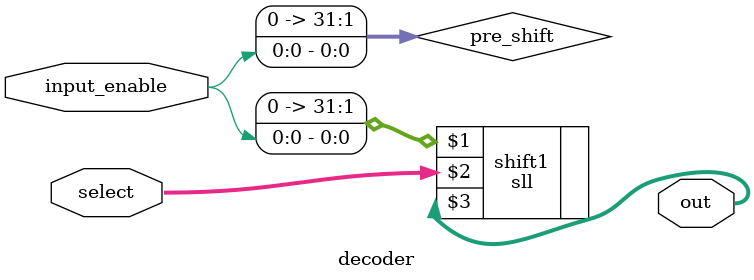
<source format=v>
module decoder(input_enable, select, out);
    input input_enable;
    input [4:0] select;
    output [31:0] out; 
    wire [31:0] pre_shift;

    assign pre_shift[0] = input_enable;
    assign pre_shift[31:1] = {31{1'b0}};


    sll shift1(pre_shift, select, out);

endmodule



</source>
